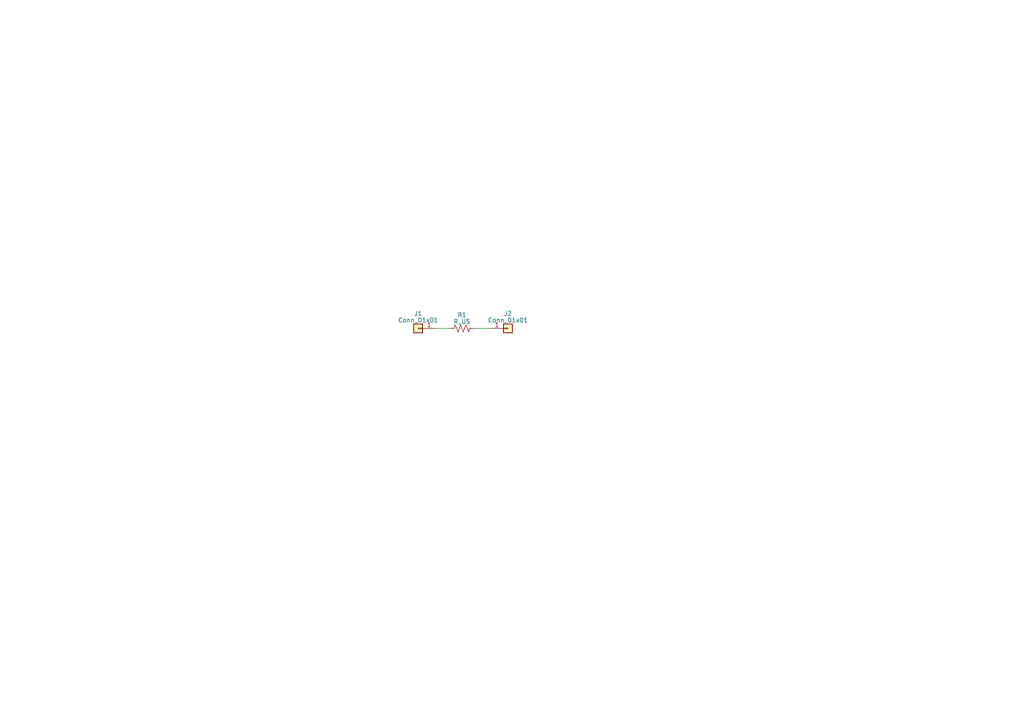
<source format=kicad_sch>
(kicad_sch (version 20231120) (generator "eeschema") (generator_version "8.0")
  (paper "A4")
  (lib_symbols
    (symbol "Connector_Generic:Conn_01x01" (pin_names (offset 1.016) hide)
      (property "Reference" "J" (at 0 2.54 0))
      (property "Value" "Conn_01x01" (at 0 -2.54 0))
      (symbol "Conn_01x01_1_1"
        (rectangle (start -1.27 0.127) (end 0 -0.127) (stroke (width 0.1524)))
        (rectangle (start -1.27 1.27) (end 1.27 -1.27) (stroke (width 0.254)) (fill (type background)))
        (pin passive line (at -5.08 0 0) (length 3.81) (name "Pin_1") (number "1"))
      )
    )
    (symbol "Device:R_US" (pin_numbers hide) (pin_names (offset 0))
      (property "Reference" "R" (at 2.54 0 90))
      (property "Value" "R_US" (at -2.54 0 90))
      (symbol "R_US_0_1"
        (polyline (pts (xy 0 -2.286) (xy 0 -2.54)))
        (polyline (pts (xy 0 2.286) (xy 0 2.54)))
        (polyline (pts (xy 0 -0.762) (xy 1.016 -1.143) (xy 0 -1.524) (xy -1.016 -1.905) (xy 0 -2.286)))
        (polyline (pts (xy 0 0.762) (xy 1.016 0.381) (xy 0 0) (xy -1.016 -0.381) (xy 0 -0.762)))
        (polyline (pts (xy 0 2.286) (xy 1.016 1.905) (xy 0 1.524) (xy -1.016 1.143) (xy 0 0.762)))
      )
      (symbol "R_US_1_1"
        (pin passive line (at 0 3.81 270) (length 1.27) (name "~") (number "1"))
        (pin passive line (at 0 -3.81 90) (length 1.27) (name "~") (number "2"))
      )
    )
  )
  (wire (pts (xy 126.365 95.25) (xy 130.175 95.25)))
  (wire (pts (xy 137.795 95.25) (xy 142.24 95.25)))
  (symbol (lib_id "Connector_Generic:Conn_01x01") (at 121.285 95.25 180) (unit 1)
    (property "Reference" "J1" (at 121.285 90.9701 0))
    (property "Value" "Conn_01x01" (at 121.285 92.8911 0))
    (property "Footprint" "Connector_Wire:SolderWire-0.5sqmm_1x01_D0.9mm_OD2.1mm" (effects (hide yes)))
  )
  (symbol (lib_id "Connector_Generic:Conn_01x01") (at 147.32 95.25 0) (mirror x) (unit 1)
    (property "Reference" "J2" (at 147.32 90.9701 0))
    (property "Value" "Conn_01x01" (at 147.32 92.8911 0))
    (property "Footprint" "Connector_Wire:SolderWire-0.5sqmm_1x01_D0.9mm_OD2.1mm" (effects (hide yes)))
  )
  (symbol (lib_id "Device:R_US") (at 133.985 95.25 90) (unit 1)
    (property "Reference" "R1" (at 133.985 91.3511 90))
    (property "Value" "R_US" (at 133.985 93.2721 90))
    (property "Footprint" "Resistor_SMD:R_0805_2012Metric" (effects (hide yes)))
  )
)
</source>
